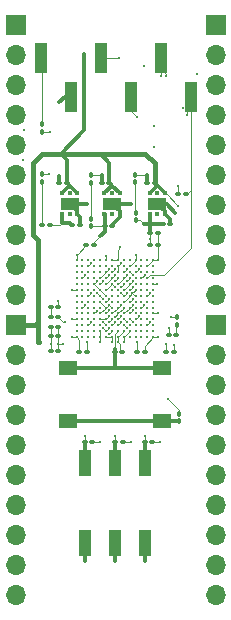
<source format=gbr>
%TF.GenerationSoftware,KiCad,Pcbnew,8.0.1*%
%TF.CreationDate,2024-10-17T14:11:07-05:00*%
%TF.ProjectId,sip-board,7369702d-626f-4617-9264-2e6b69636164,rev?*%
%TF.SameCoordinates,Original*%
%TF.FileFunction,Copper,L1,Top*%
%TF.FilePolarity,Positive*%
%FSLAX46Y46*%
G04 Gerber Fmt 4.6, Leading zero omitted, Abs format (unit mm)*
G04 Created by KiCad (PCBNEW 8.0.1) date 2024-10-17 14:11:07*
%MOMM*%
%LPD*%
G01*
G04 APERTURE LIST*
G04 Aperture macros list*
%AMRoundRect*
0 Rectangle with rounded corners*
0 $1 Rounding radius*
0 $2 $3 $4 $5 $6 $7 $8 $9 X,Y pos of 4 corners*
0 Add a 4 corners polygon primitive as box body*
4,1,4,$2,$3,$4,$5,$6,$7,$8,$9,$2,$3,0*
0 Add four circle primitives for the rounded corners*
1,1,$1+$1,$2,$3*
1,1,$1+$1,$4,$5*
1,1,$1+$1,$6,$7*
1,1,$1+$1,$8,$9*
0 Add four rect primitives between the rounded corners*
20,1,$1+$1,$2,$3,$4,$5,0*
20,1,$1+$1,$4,$5,$6,$7,0*
20,1,$1+$1,$6,$7,$8,$9,0*
20,1,$1+$1,$8,$9,$2,$3,0*%
G04 Aperture macros list end*
%TA.AperFunction,SMDPad,CuDef*%
%ADD10RoundRect,0.100000X-0.130000X-0.100000X0.130000X-0.100000X0.130000X0.100000X-0.130000X0.100000X0*%
%TD*%
%TA.AperFunction,SMDPad,CuDef*%
%ADD11RoundRect,0.100000X0.130000X0.100000X-0.130000X0.100000X-0.130000X-0.100000X0.130000X-0.100000X0*%
%TD*%
%TA.AperFunction,SMDPad,CuDef*%
%ADD12RoundRect,0.093750X0.106250X-0.093750X0.106250X0.093750X-0.106250X0.093750X-0.106250X-0.093750X0*%
%TD*%
%TA.AperFunction,HeatsinkPad*%
%ADD13R,1.600000X1.000000*%
%TD*%
%TA.AperFunction,SMDPad,CuDef*%
%ADD14RoundRect,0.100000X0.100000X-0.130000X0.100000X0.130000X-0.100000X0.130000X-0.100000X-0.130000X0*%
%TD*%
%TA.AperFunction,SMDPad,CuDef*%
%ADD15RoundRect,0.100000X-0.100000X0.130000X-0.100000X-0.130000X0.100000X-0.130000X0.100000X0.130000X0*%
%TD*%
%TA.AperFunction,CastellatedPad*%
%ADD16R,1.700000X1.700000*%
%TD*%
%TA.AperFunction,CastellatedPad*%
%ADD17O,1.700000X1.700000*%
%TD*%
%TA.AperFunction,SMDPad,CuDef*%
%ADD18R,1.120000X2.160000*%
%TD*%
%TA.AperFunction,SMDPad,CuDef*%
%ADD19R,1.000000X2.510000*%
%TD*%
%TA.AperFunction,ComponentPad*%
%ADD20R,1.700000X1.700000*%
%TD*%
%TA.AperFunction,ComponentPad*%
%ADD21O,1.700000X1.700000*%
%TD*%
%TA.AperFunction,SMDPad,CuDef*%
%ADD22C,0.290000*%
%TD*%
%TA.AperFunction,SMDPad,CuDef*%
%ADD23R,1.550000X1.300000*%
%TD*%
%TA.AperFunction,ViaPad*%
%ADD24C,0.300000*%
%TD*%
%TA.AperFunction,ViaPad*%
%ADD25C,0.254000*%
%TD*%
%TA.AperFunction,Conductor*%
%ADD26C,0.300000*%
%TD*%
%TA.AperFunction,Conductor*%
%ADD27C,0.100000*%
%TD*%
%TA.AperFunction,Conductor*%
%ADD28C,0.400000*%
%TD*%
G04 APERTURE END LIST*
D10*
%TO.P,C6,1*%
%TO.N,+1V0*%
X141810000Y-96340000D03*
%TO.P,C6,2*%
%TO.N,GND*%
X142450000Y-96340000D03*
%TD*%
%TO.P,R1,1*%
%TO.N,M0_CONFIG*%
X147950000Y-114750000D03*
%TO.P,R1,2*%
%TO.N,GND*%
X148590000Y-114750000D03*
%TD*%
D11*
%TO.P,INIT,1,K*%
%TO.N,+3V3*%
X140625000Y-103310000D03*
%TO.P,INIT,2,A*%
%TO.N,Net-(D6-A)*%
X139985000Y-103310000D03*
%TD*%
D12*
%TO.P,U2,1,OUT*%
%TO.N,+3V3*%
X148350000Y-95447500D03*
%TO.P,U2,2,NC*%
%TO.N,unconnected-(U2-NC-Pad2)*%
X149000000Y-95447500D03*
%TO.P,U2,3,GND*%
%TO.N,GND*%
X149650000Y-95447500D03*
%TO.P,U2,4,EN*%
%TO.N,+5V*%
X149650000Y-93672500D03*
%TO.P,U2,5,NC*%
%TO.N,unconnected-(U2-NC-Pad5)*%
X149000000Y-93672500D03*
%TO.P,U2,6,IN*%
%TO.N,+5V*%
X148350000Y-93672500D03*
D13*
%TO.P,U2,7,GND*%
%TO.N,GND*%
X149000000Y-94560000D03*
%TD*%
D10*
%TO.P,R15,1*%
%TO.N,+3V3*%
X150755000Y-93710000D03*
%TO.P,R15,2*%
%TO.N,CS*%
X151395000Y-93710000D03*
%TD*%
D12*
%TO.P,U1,1,OUT*%
%TO.N,+1V8*%
X144520000Y-95437500D03*
%TO.P,U1,2,NC*%
%TO.N,unconnected-(U1-NC-Pad2)*%
X145170000Y-95437500D03*
%TO.P,U1,3,GND*%
%TO.N,GND*%
X145820000Y-95437500D03*
%TO.P,U1,4,EN*%
%TO.N,+5V*%
X145820000Y-93662500D03*
%TO.P,U1,5,NC*%
%TO.N,unconnected-(U1-NC-Pad5)*%
X145170000Y-93662500D03*
%TO.P,U1,6,IN*%
%TO.N,+5V*%
X144520000Y-93662500D03*
D13*
%TO.P,U1,7,GND*%
%TO.N,GND*%
X145170000Y-94550000D03*
%TD*%
D14*
%TO.P,C11,1*%
%TO.N,Net-(C11-Pad1)*%
X150870000Y-112970000D03*
%TO.P,C11,2*%
%TO.N,GND*%
X150870000Y-112330000D03*
%TD*%
D11*
%TO.P,C3,1*%
%TO.N,+5V*%
X148770000Y-92790000D03*
%TO.P,C3,2*%
%TO.N,GND*%
X148130000Y-92790000D03*
%TD*%
%TO.P,C37,1*%
%TO.N,+3V3*%
X140615000Y-105010000D03*
%TO.P,C37,2*%
%TO.N,GND*%
X139975000Y-105010000D03*
%TD*%
%TO.P,C2,1*%
%TO.N,+5V*%
X144950000Y-92800000D03*
%TO.P,C2,2*%
%TO.N,GND*%
X144310000Y-92800000D03*
%TD*%
D10*
%TO.P,R3,1*%
%TO.N,M2_CONFIG*%
X142860000Y-114750000D03*
%TO.P,R3,2*%
%TO.N,GND*%
X143500000Y-114750000D03*
%TD*%
D15*
%TO.P,DONE,1,K*%
%TO.N,GND*%
X150630000Y-104175000D03*
%TO.P,DONE,2,A*%
%TO.N,Net-(D2-A)*%
X150630000Y-104815000D03*
%TD*%
D16*
%TO.P,J5,1,Pin_1*%
%TO.N,A1_5V*%
X153970000Y-104800000D03*
D17*
%TO.P,J5,2,Pin_2*%
%TO.N,A2_5V*%
X153970000Y-107340000D03*
%TO.P,J5,3,Pin_3*%
%TO.N,A3_5V*%
X153970000Y-109880000D03*
%TO.P,J5,4,Pin_4*%
%TO.N,A4_5V*%
X153970000Y-112420000D03*
%TO.P,J5,5,Pin_5*%
%TO.N,A5_5V*%
X153970000Y-114960000D03*
%TO.P,J5,6,Pin_6*%
%TO.N,A6_5V*%
X153970000Y-117500000D03*
%TO.P,J5,7,Pin_7*%
%TO.N,A7_5V*%
X153970000Y-120040000D03*
%TO.P,J5,8,Pin_8*%
%TO.N,A8_5V*%
X153970000Y-122580000D03*
%TO.P,J5,9,Pin_9*%
%TO.N,A9_5V*%
X153970000Y-125120000D03*
%TO.P,J5,10,Pin_10*%
%TO.N,A10_5V*%
X153970000Y-127660000D03*
%TD*%
D10*
%TO.P,C27,1*%
%TO.N,+3V3*%
X148380000Y-98050000D03*
%TO.P,C27,2*%
%TO.N,GND*%
X149020000Y-98050000D03*
%TD*%
D11*
%TO.P,C16,1*%
%TO.N,+1V0*%
X143050000Y-107080000D03*
%TO.P,C16,2*%
%TO.N,GND*%
X142410000Y-107080000D03*
%TD*%
D10*
%TO.P,C4,1*%
%TO.N,+1V8*%
X144550000Y-96470000D03*
%TO.P,C4,2*%
%TO.N,GND*%
X145190000Y-96470000D03*
%TD*%
D15*
%TO.P,R19,1*%
%TO.N,Net-(D4-A)*%
X143400000Y-95830000D03*
%TO.P,R19,2*%
%TO.N,+1V8*%
X143400000Y-96470000D03*
%TD*%
D11*
%TO.P,C36,1*%
%TO.N,+3V3*%
X140620000Y-105780000D03*
%TO.P,C36,2*%
%TO.N,GND*%
X139980000Y-105780000D03*
%TD*%
D16*
%TO.P,J3,1,Pin_1*%
%TO.N,+5V*%
X137000000Y-104840000D03*
D17*
%TO.P,J3,2,Pin_2*%
%TO.N,D2_5V*%
X137000000Y-107380000D03*
%TO.P,J3,3,Pin_3*%
%TO.N,D7_5V*%
X137000000Y-109920000D03*
%TO.P,J3,4,Pin_4*%
%TO.N,D0_5V*%
X137000000Y-112460000D03*
%TO.P,J3,5,Pin_5*%
%TO.N,D1_5V*%
X137000000Y-115000000D03*
%TO.P,J3,6,Pin_6*%
%TO.N,INT_5V*%
X137000000Y-117540000D03*
%TO.P,J3,7,Pin_7*%
%TO.N,NMI_5V*%
X137000000Y-120080000D03*
%TO.P,J3,8,Pin_8*%
%TO.N,HALT_5V*%
X137000000Y-122620000D03*
%TO.P,J3,9,Pin_9*%
%TO.N,MREQ_5V*%
X137000000Y-125160000D03*
%TO.P,J3,10,Pin_10*%
%TO.N,IORQ_5V*%
X137000000Y-127700000D03*
%TD*%
D15*
%TO.P,D3,1,K*%
%TO.N,GND*%
X139220000Y-92045000D03*
%TO.P,D3,2,A*%
%TO.N,Net-(D3-A)*%
X139220000Y-92685000D03*
%TD*%
D10*
%TO.P,R16,1*%
%TO.N,Net-(D6-A)*%
X139980000Y-104130000D03*
%TO.P,R16,2*%
%TO.N,Net-(IC1-INIT_B_0)*%
X140620000Y-104130000D03*
%TD*%
%TO.P,R2,1*%
%TO.N,M1_CONFIG*%
X145415000Y-114750000D03*
%TO.P,R2,2*%
%TO.N,GND*%
X146055000Y-114750000D03*
%TD*%
D12*
%TO.P,U3,1,OUT*%
%TO.N,+1V0*%
X140930000Y-95447500D03*
%TO.P,U3,2,NC*%
%TO.N,unconnected-(U3-NC-Pad2)*%
X141580000Y-95447500D03*
%TO.P,U3,3,GND*%
%TO.N,GND*%
X142230000Y-95447500D03*
%TO.P,U3,4,EN*%
%TO.N,+5V*%
X142230000Y-93672500D03*
%TO.P,U3,5,NC*%
%TO.N,unconnected-(U3-NC-Pad5)*%
X141580000Y-93672500D03*
%TO.P,U3,6,IN*%
%TO.N,+5V*%
X140930000Y-93672500D03*
D13*
%TO.P,U3,7,GND*%
%TO.N,GND*%
X141580000Y-94560000D03*
%TD*%
D10*
%TO.P,C29,1*%
%TO.N,+3V3*%
X148380000Y-97070000D03*
%TO.P,C29,2*%
%TO.N,GND*%
X149020000Y-97070000D03*
%TD*%
D18*
%TO.P,CFG,1*%
%TO.N,+3V3*%
X142870000Y-123240000D03*
%TO.P,CFG,2*%
X145410000Y-123240000D03*
%TO.P,CFG,3*%
X147950000Y-123240000D03*
%TO.P,CFG,4*%
%TO.N,M0_CONFIG*%
X147950000Y-116510000D03*
%TO.P,CFG,5*%
%TO.N,M1_CONFIG*%
X145410000Y-116510000D03*
%TO.P,CFG,6*%
%TO.N,M2_CONFIG*%
X142870000Y-116510000D03*
%TD*%
D16*
%TO.P,J2,1,Pin_1*%
%TO.N,A11_5V*%
X137000000Y-79405000D03*
D17*
%TO.P,J2,2,Pin_2*%
%TO.N,A12_5V*%
X137000000Y-81945000D03*
%TO.P,J2,3,Pin_3*%
%TO.N,A13_5V*%
X137000000Y-84485000D03*
%TO.P,J2,4,Pin_4*%
%TO.N,A14_5V*%
X137000000Y-87025000D03*
%TO.P,J2,5,Pin_5*%
%TO.N,A15_5V*%
X137000000Y-89565000D03*
%TO.P,J2,6,Pin_6*%
%TO.N,CLK_5V*%
X137000000Y-92105000D03*
%TO.P,J2,7,Pin_7*%
%TO.N,D4_5V*%
X137000000Y-94645000D03*
%TO.P,J2,8,Pin_8*%
%TO.N,D3_5V*%
X137000000Y-97185000D03*
%TO.P,J2,9,Pin_9*%
%TO.N,D5_5V*%
X137000000Y-99725000D03*
%TO.P,J2,10,Pin_10*%
%TO.N,D6_5V*%
X137000000Y-102265000D03*
%TD*%
D11*
%TO.P,C1,1*%
%TO.N,+5V*%
X141350000Y-92810000D03*
%TO.P,C1,2*%
%TO.N,GND*%
X140710000Y-92810000D03*
%TD*%
D10*
%TO.P,C17,1*%
%TO.N,+3V3*%
X149760000Y-107080000D03*
%TO.P,C17,2*%
%TO.N,GND*%
X150400000Y-107080000D03*
%TD*%
D15*
%TO.P,D4,1,K*%
%TO.N,GND*%
X143410000Y-92145000D03*
%TO.P,D4,2,A*%
%TO.N,Net-(D4-A)*%
X143410000Y-92785000D03*
%TD*%
D19*
%TO.P,J1,1,Pin_1*%
%TO.N,VDD*%
X139160000Y-82220000D03*
%TO.P,J1,2,Pin_2*%
%TO.N,GND*%
X141700000Y-85530000D03*
%TO.P,J1,3,Pin_3*%
%TO.N,CCLK*%
X144240000Y-82220000D03*
%TO.P,J1,4,Pin_4*%
%TO.N,TDO*%
X146780000Y-85530000D03*
%TO.P,J1,5,Pin_5*%
%TO.N,MOSI*%
X149320000Y-82220000D03*
%TO.P,J1,6,Pin_6*%
%TO.N,CS*%
X151860000Y-85530000D03*
%TD*%
D20*
%TO.P,J4,1,Pin_1*%
%TO.N,RD_5V*%
X153940000Y-79400000D03*
D21*
%TO.P,J4,2,Pin_2*%
%TO.N,WR_5V*%
X153940000Y-81940000D03*
%TO.P,J4,3,Pin_3*%
%TO.N,BUSAK_5V*%
X153940000Y-84480000D03*
%TO.P,J4,4,Pin_4*%
%TO.N,WAIT_5V*%
X153940000Y-87020000D03*
%TO.P,J4,5,Pin_5*%
%TO.N,BUSRQ_5V*%
X153940000Y-89560000D03*
%TO.P,J4,6,Pin_6*%
%TO.N,RESET_5V*%
X153940000Y-92100000D03*
%TO.P,J4,7,Pin_7*%
%TO.N,M1_5V*%
X153940000Y-94640000D03*
%TO.P,J4,8,Pin_8*%
%TO.N,RFSH_5V*%
X153940000Y-97180000D03*
%TO.P,J4,9,Pin_9*%
%TO.N,GND*%
X153940000Y-99720000D03*
%TO.P,J4,10,Pin_10*%
%TO.N,A0_5V*%
X153940000Y-102260000D03*
%TD*%
D10*
%TO.P,R17,1*%
%TO.N,DONE*%
X149985000Y-105670000D03*
%TO.P,R17,2*%
%TO.N,Net-(D2-A)*%
X150625000Y-105670000D03*
%TD*%
D11*
%TO.P,C19,1*%
%TO.N,+3V3*%
X140620000Y-107060000D03*
%TO.P,C19,2*%
%TO.N,GND*%
X139980000Y-107060000D03*
%TD*%
D10*
%TO.P,C18,1*%
%TO.N,+1V0*%
X147295000Y-107080000D03*
%TO.P,C18,2*%
%TO.N,GND*%
X147935000Y-107080000D03*
%TD*%
%TO.P,C5,1*%
%TO.N,+3V3*%
X149450000Y-96310000D03*
%TO.P,C5,2*%
%TO.N,GND*%
X150090000Y-96310000D03*
%TD*%
D22*
%TO.P,IC1,A1,GND_1*%
%TO.N,GND*%
X142160000Y-99350000D03*
%TO.P,IC1,A2,IO_L1N_T0_34*%
%TO.N,unconnected-(IC1-IO_L1N_T0_34-PadA2)*%
X142660000Y-99350000D03*
%TO.P,IC1,A3,IO_L1P_T0_34*%
%TO.N,unconnected-(IC1-IO_L1P_T0_34-PadA3)*%
X143160000Y-99350000D03*
%TO.P,IC1,A4,IO_L2N_T0_34*%
%TO.N,unconnected-(IC1-IO_L2N_T0_34-PadA4)*%
X143660000Y-99350000D03*
%TO.P,IC1,A5,IO_L4N_T0_34*%
%TO.N,unconnected-(IC1-IO_L4N_T0_34-PadA5)*%
X144160000Y-99350000D03*
%TO.P,IC1,A6,GND_2*%
%TO.N,GND*%
X144660000Y-99350000D03*
%TO.P,IC1,A7,CCLK_0*%
%TO.N,CCLK*%
X145160000Y-99350000D03*
%TO.P,IC1,A8,TCK_0*%
X145660000Y-99350000D03*
%TO.P,IC1,A9,IO_L4N_T0_D05_14*%
%TO.N,unconnected-(IC1-IO_L4N_T0_D05_14-PadA9)*%
X146160000Y-99350000D03*
%TO.P,IC1,A10,IO_L3N_T0_DQS_EMCCLK_14*%
%TO.N,unconnected-(IC1-IO_L3N_T0_DQS_EMCCLK_14-PadA10)*%
X146660000Y-99350000D03*
%TO.P,IC1,A11,GND_3*%
%TO.N,GND*%
X147160000Y-99350000D03*
%TO.P,IC1,A12,IO_L2N_T0_D03_14*%
%TO.N,unconnected-(IC1-IO_L2N_T0_D03_14-PadA12)*%
X147660000Y-99350000D03*
%TO.P,IC1,A13,IO_0_14*%
%TO.N,unconnected-(IC1-IO_0_14-PadA13)*%
X148160000Y-99350000D03*
%TO.P,IC1,A14,GND_4*%
%TO.N,GND*%
X148660000Y-99350000D03*
%TO.P,IC1,B1,IO_L5N_T0_34*%
%TO.N,unconnected-(IC1-IO_L5N_T0_34-PadB1)*%
X142160000Y-99850000D03*
%TO.P,IC1,B2,IO_L5P_T0_34*%
%TO.N,unconnected-(IC1-IO_L5P_T0_34-PadB2)*%
X142660000Y-99850000D03*
%TO.P,IC1,B3,GND_5*%
%TO.N,GND*%
X143160000Y-99850000D03*
%TO.P,IC1,B4,IO_L2P_T0_34*%
%TO.N,unconnected-(IC1-IO_L2P_T0_34-PadB4)*%
X143660000Y-99850000D03*
%TO.P,IC1,B5,IO_L3N_T0_DQS_34*%
%TO.N,unconnected-(IC1-IO_L3N_T0_DQS_34-PadB5)*%
X144160000Y-99850000D03*
%TO.P,IC1,B6,IO_L4P_T0_34*%
%TO.N,unconnected-(IC1-IO_L4P_T0_34-PadB6)*%
X144660000Y-99850000D03*
%TO.P,IC1,B7,NC_1*%
%TO.N,unconnected-(IC1-NC_1-PadB7)*%
X145160000Y-99850000D03*
%TO.P,IC1,B8,GND_6*%
%TO.N,GND*%
X145660000Y-99850000D03*
%TO.P,IC1,B9,IO_L4P_T0_D04_14*%
%TO.N,unconnected-(IC1-IO_L4P_T0_D04_14-PadB9)*%
X146160000Y-99850000D03*
%TO.P,IC1,B10,IO_L3P_T0_DQS_PUDC_B_14*%
%TO.N,GND*%
X146660000Y-99850000D03*
%TO.P,IC1,B11,IO_L2P_T0_D02_14*%
%TO.N,unconnected-(IC1-IO_L2P_T0_D02_14-PadB11)*%
X147160000Y-99850000D03*
%TO.P,IC1,B12,IO_L5N_T0_D07_14*%
%TO.N,unconnected-(IC1-IO_L5N_T0_D07_14-PadB12)*%
X147660000Y-99850000D03*
%TO.P,IC1,B13,GND_7*%
%TO.N,GND*%
X148160000Y-99850000D03*
%TO.P,IC1,B14,IO_L7N_T1_D10_14*%
%TO.N,unconnected-(IC1-IO_L7N_T1_D10_14-PadB14)*%
X148660000Y-99850000D03*
%TO.P,IC1,C1,IO_L7N_T1_34*%
%TO.N,unconnected-(IC1-IO_L7N_T1_34-PadC1)*%
X142160000Y-100350000D03*
%TO.P,IC1,C2,IO_L7P_T1_34*%
%TO.N,unconnected-(IC1-IO_L7P_T1_34-PadC2)*%
X142660000Y-100350000D03*
%TO.P,IC1,C3,IO_0_34*%
%TO.N,unconnected-(IC1-IO_0_34-PadC3)*%
X143160000Y-100350000D03*
%TO.P,IC1,C4,IO_L6N_T0_VREF_34*%
%TO.N,unconnected-(IC1-IO_L6N_T0_VREF_34-PadC4)*%
X143660000Y-100350000D03*
%TO.P,IC1,C5,IO_L3P_T0_DQS_34*%
%TO.N,unconnected-(IC1-IO_L3P_T0_DQS_34-PadC5)*%
X144160000Y-100350000D03*
%TO.P,IC1,C6,GND_8*%
%TO.N,GND*%
X144660000Y-100350000D03*
%TO.P,IC1,C7,VCCBRAM_1*%
%TO.N,+1V0*%
X145160000Y-100350000D03*
%TO.P,IC1,C8,GND_9*%
%TO.N,GND*%
X145660000Y-100350000D03*
%TO.P,IC1,C9,VCCBRAM_2*%
%TO.N,+1V0*%
X146160000Y-100350000D03*
%TO.P,IC1,C10,IO_L1P_T0_D00_MOSI_14*%
%TO.N,MOSI*%
X146660000Y-100350000D03*
%TO.P,IC1,C11,IO_L1N_T0_D01_DIN_14*%
%TO.N,DIN*%
X147160000Y-100350000D03*
%TO.P,IC1,C12,IO_L5P_T0_D06_14*%
%TO.N,unconnected-(IC1-IO_L5P_T0_D06_14-PadC12)*%
X147660000Y-100350000D03*
%TO.P,IC1,C13,IO_L6N_T0_D08_VREF_14*%
%TO.N,unconnected-(IC1-IO_L6N_T0_D08_VREF_14-PadC13)*%
X148160000Y-100350000D03*
%TO.P,IC1,C14,IO_L7P_T1_D09_14*%
%TO.N,unconnected-(IC1-IO_L7P_T1_D09_14-PadC14)*%
X148660000Y-100350000D03*
%TO.P,IC1,D1,IO_L9N_T1_DQS_34*%
%TO.N,unconnected-(IC1-IO_L9N_T1_DQS_34-PadD1)*%
X142160000Y-100850000D03*
%TO.P,IC1,D2,GND_10*%
%TO.N,GND*%
X142660000Y-100850000D03*
%TO.P,IC1,D3,IO_L8N_T1_34*%
%TO.N,unconnected-(IC1-IO_L8N_T1_34-PadD3)*%
X143160000Y-100850000D03*
%TO.P,IC1,D4,IO_L6P_T0_34*%
%TO.N,unconnected-(IC1-IO_L6P_T0_34-PadD4)*%
X143660000Y-100850000D03*
%TO.P,IC1,D5,GND_11*%
%TO.N,GND*%
X144160000Y-100850000D03*
%TO.P,IC1,D6,VCCAUX_1*%
%TO.N,+1V8*%
X144660000Y-100850000D03*
%TO.P,IC1,D7,GND_12*%
%TO.N,GND*%
X145160000Y-100850000D03*
%TO.P,IC1,D8,VCCAUX_2*%
%TO.N,+1V8*%
X145660000Y-100850000D03*
%TO.P,IC1,D9,GND_13*%
%TO.N,GND*%
X146160000Y-100850000D03*
%TO.P,IC1,D10,VCCAUX_3*%
%TO.N,+1V8*%
X146660000Y-100850000D03*
%TO.P,IC1,D11,IO_L9N_T1_DQS_D13_14*%
%TO.N,unconnected-(IC1-IO_L9N_T1_DQS_D13_14-PadD11)*%
X147160000Y-100850000D03*
%TO.P,IC1,D12,GND_14*%
%TO.N,GND*%
X147660000Y-100850000D03*
%TO.P,IC1,D13,IO_L6P_T0_FCS_B_14*%
%TO.N,CS*%
X148160000Y-100850000D03*
%TO.P,IC1,D14,IO_L8N_T1_D12_14*%
%TO.N,unconnected-(IC1-IO_L8N_T1_D12_14-PadD14)*%
X148660000Y-100850000D03*
%TO.P,IC1,E1,IO_L9P_T1_DQS_34*%
%TO.N,unconnected-(IC1-IO_L9P_T1_DQS_34-PadE1)*%
X142160000Y-101350000D03*
%TO.P,IC1,E2,IO_L10N_T1_34*%
%TO.N,unconnected-(IC1-IO_L10N_T1_34-PadE2)*%
X142660000Y-101350000D03*
%TO.P,IC1,E3,IO_L8P_T1_34*%
%TO.N,unconnected-(IC1-IO_L8P_T1_34-PadE3)*%
X143160000Y-101350000D03*
%TO.P,IC1,E4,GND_15*%
%TO.N,GND*%
X143660000Y-101350000D03*
%TO.P,IC1,E5,VCCO_34_1*%
%TO.N,+3V3*%
X144160000Y-101350000D03*
%TO.P,IC1,E6,GND_16*%
%TO.N,GND*%
X144660000Y-101350000D03*
%TO.P,IC1,E7,VCCINT_1*%
%TO.N,+1V0*%
X145160000Y-101350000D03*
%TO.P,IC1,E8,GND_17*%
%TO.N,GND*%
X145660000Y-101350000D03*
%TO.P,IC1,E9,VCCINT_2*%
%TO.N,+1V0*%
X146160000Y-101350000D03*
%TO.P,IC1,E10,GND_18*%
%TO.N,GND*%
X146660000Y-101350000D03*
%TO.P,IC1,E11,IO_L9P_T1_DQS_14*%
%TO.N,unconnected-(IC1-IO_L9P_T1_DQS_14-PadE11)*%
X147160000Y-101350000D03*
%TO.P,IC1,E12,IO_L10N_T1_D15_14*%
%TO.N,unconnected-(IC1-IO_L10N_T1_D15_14-PadE12)*%
X147660000Y-101350000D03*
%TO.P,IC1,E13,IO_L8P_T1_D11_14*%
%TO.N,unconnected-(IC1-IO_L8P_T1_D11_14-PadE13)*%
X148160000Y-101350000D03*
%TO.P,IC1,E14,GND_19*%
%TO.N,GND*%
X148660000Y-101350000D03*
%TO.P,IC1,F1,GND_20*%
X142160000Y-101850000D03*
%TO.P,IC1,F2,IO_L10P_T1_34*%
%TO.N,unconnected-(IC1-IO_L10P_T1_34-PadF2)*%
X142660000Y-101850000D03*
%TO.P,IC1,F3,IO_L11N_T1_SRCC_34*%
%TO.N,unconnected-(IC1-IO_L11N_T1_SRCC_34-PadF3)*%
X143160000Y-101850000D03*
%TO.P,IC1,F4,IO_L11P_T1_SRCC_34*%
%TO.N,unconnected-(IC1-IO_L11P_T1_SRCC_34-PadF4)*%
X143660000Y-101850000D03*
%TO.P,IC1,F5,GND_21*%
%TO.N,GND*%
X144160000Y-101850000D03*
%TO.P,IC1,F6,VCCINT_3*%
%TO.N,+1V0*%
X144660000Y-101850000D03*
%TO.P,IC1,F7,NC_2*%
%TO.N,unconnected-(IC1-NC_2-PadF7)*%
X145160000Y-101850000D03*
%TO.P,IC1,F8,NC_3*%
%TO.N,unconnected-(IC1-NC_3-PadF8)*%
X145660000Y-101850000D03*
%TO.P,IC1,F9,GND_22*%
%TO.N,GND*%
X146160000Y-101850000D03*
%TO.P,IC1,F10,VCCO_14_1*%
%TO.N,+3V3*%
X146660000Y-101850000D03*
%TO.P,IC1,F11,GND_23*%
%TO.N,GND*%
X147160000Y-101850000D03*
%TO.P,IC1,F12,IO_L10P_T1_D14_14*%
%TO.N,unconnected-(IC1-IO_L10P_T1_D14_14-PadF12)*%
X147660000Y-101850000D03*
%TO.P,IC1,F13,IO_L11N_T1_SRCC_14*%
%TO.N,unconnected-(IC1-IO_L11N_T1_SRCC_14-PadF13)*%
X148160000Y-101850000D03*
%TO.P,IC1,F14,IO_L12N_T1_MRCC_14*%
%TO.N,unconnected-(IC1-IO_L12N_T1_MRCC_14-PadF14)*%
X148660000Y-101850000D03*
%TO.P,IC1,G1,IO_L12N_T1_MRCC_34*%
%TO.N,unconnected-(IC1-IO_L12N_T1_MRCC_34-PadG1)*%
X142160000Y-102350000D03*
%TO.P,IC1,G2,IO_L12P_T1_MRCC_34*%
%TO.N,unconnected-(IC1-IO_L12P_T1_MRCC_34-PadG2)*%
X142660000Y-102350000D03*
%TO.P,IC1,G3,GND_24*%
%TO.N,GND*%
X143160000Y-102350000D03*
%TO.P,IC1,G4,IO_L13N_T2_MRCC_34*%
%TO.N,unconnected-(IC1-IO_L13N_T2_MRCC_34-PadG4)*%
X143660000Y-102350000D03*
%TO.P,IC1,G5,VCCO_34_2*%
%TO.N,+3V3*%
X144160000Y-102350000D03*
%TO.P,IC1,G6,GND_25*%
%TO.N,GND*%
X144660000Y-102350000D03*
%TO.P,IC1,G7,NC_4*%
%TO.N,unconnected-(IC1-NC_4-PadG7)*%
X145160000Y-102350000D03*
%TO.P,IC1,G8,NC_5*%
%TO.N,unconnected-(IC1-NC_5-PadG8)*%
X145660000Y-102350000D03*
%TO.P,IC1,G9,VCCINT_4*%
%TO.N,+1V0*%
X146160000Y-102350000D03*
%TO.P,IC1,G10,GND_26*%
%TO.N,GND*%
X146660000Y-102350000D03*
%TO.P,IC1,G11,GND_27*%
X147160000Y-102350000D03*
%TO.P,IC1,G12,IO_L11P_T1_SRCC_14*%
%TO.N,unconnected-(IC1-IO_L11P_T1_SRCC_14-PadG12)*%
X147660000Y-102350000D03*
%TO.P,IC1,G13,GND_28*%
%TO.N,GND*%
X148160000Y-102350000D03*
%TO.P,IC1,G14,IO_L12P_T1_MRCC_14*%
%TO.N,unconnected-(IC1-IO_L12P_T1_MRCC_14-PadG14)*%
X148660000Y-102350000D03*
%TO.P,IC1,H1,IO_L15N_T2_DQS_34*%
%TO.N,unconnected-(IC1-IO_L15N_T2_DQS_34-PadH1)*%
X142160000Y-102850000D03*
%TO.P,IC1,H2,IO_L14N_T2_SRCC_34*%
%TO.N,unconnected-(IC1-IO_L14N_T2_SRCC_34-PadH2)*%
X142660000Y-102850000D03*
%TO.P,IC1,H3,IO_L14P_T2_SRCC_34*%
%TO.N,unconnected-(IC1-IO_L14P_T2_SRCC_34-PadH3)*%
X143160000Y-102850000D03*
%TO.P,IC1,H4,IO_L13P_T2_MRCC_34*%
%TO.N,unconnected-(IC1-IO_L13P_T2_MRCC_34-PadH4)*%
X143660000Y-102850000D03*
%TO.P,IC1,H5,GND_29*%
%TO.N,GND*%
X144160000Y-102850000D03*
%TO.P,IC1,H6,VCCINT_5*%
%TO.N,+1V0*%
X144660000Y-102850000D03*
%TO.P,IC1,H7,NC_6*%
%TO.N,unconnected-(IC1-NC_6-PadH7)*%
X145160000Y-102850000D03*
%TO.P,IC1,H8,NC_7*%
%TO.N,unconnected-(IC1-NC_7-PadH8)*%
X145660000Y-102850000D03*
%TO.P,IC1,H9,GND_30*%
%TO.N,GND*%
X146160000Y-102850000D03*
%TO.P,IC1,H10,VCCO_14_2*%
%TO.N,+3V3*%
X146660000Y-102850000D03*
%TO.P,IC1,H11,IO_L13P_T2_MRCC_14*%
%TO.N,unconnected-(IC1-IO_L13P_T2_MRCC_14-PadH11)*%
X147160000Y-102850000D03*
%TO.P,IC1,H12,IO_L13N_T2_MRCC_14*%
%TO.N,unconnected-(IC1-IO_L13N_T2_MRCC_14-PadH12)*%
X147660000Y-102850000D03*
%TO.P,IC1,H13,IO_L14N_T2_SRCC_14*%
%TO.N,unconnected-(IC1-IO_L14N_T2_SRCC_14-PadH13)*%
X148160000Y-102850000D03*
%TO.P,IC1,H14,IO_L15N_T2_DQS_DOUT_CSO_B_14*%
%TO.N,unconnected-(IC1-IO_L15N_T2_DQS_DOUT_CSO_B_14-PadH14)*%
X148660000Y-102850000D03*
%TO.P,IC1,J1,IO_L15P_T2_DQS_34*%
%TO.N,unconnected-(IC1-IO_L15P_T2_DQS_34-PadJ1)*%
X142160000Y-103350000D03*
%TO.P,IC1,J2,GND_31*%
%TO.N,GND*%
X142660000Y-103350000D03*
%TO.P,IC1,J3,IO_L16N_T2_34*%
%TO.N,unconnected-(IC1-IO_L16N_T2_34-PadJ3)*%
X143160000Y-103350000D03*
%TO.P,IC1,J4,IO_L16P_T2_34*%
%TO.N,unconnected-(IC1-IO_L16P_T2_34-PadJ4)*%
X143660000Y-103350000D03*
%TO.P,IC1,J5,VCCO_34_3*%
%TO.N,unconnected-(IC1-VCCO_34_3-PadJ5)*%
X144160000Y-103350000D03*
%TO.P,IC1,J6,GND_32*%
%TO.N,GND*%
X144660000Y-103350000D03*
%TO.P,IC1,J7,DXN_0*%
X145160000Y-103350000D03*
%TO.P,IC1,J8,DXP_0*%
X145660000Y-103350000D03*
%TO.P,IC1,J9,VCCINT_6*%
%TO.N,+1V0*%
X146160000Y-103350000D03*
%TO.P,IC1,J10,GND_33*%
%TO.N,GND*%
X146660000Y-103350000D03*
%TO.P,IC1,J11,IO_L16N_T2_D31_14*%
%TO.N,unconnected-(IC1-IO_L16N_T2_D31_14-PadJ11)*%
X147160000Y-103350000D03*
%TO.P,IC1,J12,GND_34*%
%TO.N,GND*%
X147660000Y-103350000D03*
%TO.P,IC1,J13,IO_L14P_T2_SRCC_14*%
%TO.N,unconnected-(IC1-IO_L14P_T2_SRCC_14-PadJ13)*%
X148160000Y-103350000D03*
%TO.P,IC1,J14,IO_L15P_T2_DQS_RDWR_B_14*%
%TO.N,unconnected-(IC1-IO_L15P_T2_DQS_RDWR_B_14-PadJ14)*%
X148660000Y-103350000D03*
%TO.P,IC1,K1,IO_L17N_T2_34*%
%TO.N,unconnected-(IC1-IO_L17N_T2_34-PadK1)*%
X142160000Y-103850000D03*
%TO.P,IC1,K2,IO_L18N_T2_34*%
%TO.N,unconnected-(IC1-IO_L18N_T2_34-PadK2)*%
X142660000Y-103850000D03*
%TO.P,IC1,K3,IO_L18P_T2_34*%
%TO.N,unconnected-(IC1-IO_L18P_T2_34-PadK3)*%
X143160000Y-103850000D03*
%TO.P,IC1,K4,GND_35*%
%TO.N,GND*%
X143660000Y-103850000D03*
%TO.P,IC1,K5,GND_36*%
X144160000Y-103850000D03*
%TO.P,IC1,K6,VCCINT_7*%
%TO.N,+1V0*%
X144660000Y-103850000D03*
%TO.P,IC1,K7,GND_37*%
%TO.N,GND*%
X145160000Y-103850000D03*
%TO.P,IC1,K8,VCCINT_8*%
%TO.N,+1V0*%
X145660000Y-103850000D03*
%TO.P,IC1,K9,GND_38*%
%TO.N,GND*%
X146160000Y-103850000D03*
%TO.P,IC1,K10,VCCO_14_3*%
%TO.N,+3V3*%
X146660000Y-103850000D03*
%TO.P,IC1,K11,IO_L16P_T2_CSI_B_14*%
%TO.N,unconnected-(IC1-IO_L16P_T2_CSI_B_14-PadK11)*%
X147160000Y-103850000D03*
%TO.P,IC1,K12,IO_L19P_T3_D26_14*%
%TO.N,unconnected-(IC1-IO_L19P_T3_D26_14-PadK12)*%
X147660000Y-103850000D03*
%TO.P,IC1,K13,IO_L19N_T3_D25_VREF_14*%
%TO.N,unconnected-(IC1-IO_L19N_T3_D25_VREF_14-PadK13)*%
X148160000Y-103850000D03*
%TO.P,IC1,K14,GND_39*%
%TO.N,GND*%
X148660000Y-103850000D03*
%TO.P,IC1,L1,GND_40*%
X142160000Y-104350000D03*
%TO.P,IC1,L2,IO_L17P_T2_34*%
%TO.N,unconnected-(IC1-IO_L17P_T2_34-PadL2)*%
X142660000Y-104350000D03*
%TO.P,IC1,L3,IO_L19N_T3_VREF_34*%
%TO.N,unconnected-(IC1-IO_L19N_T3_VREF_34-PadL3)*%
X143160000Y-104350000D03*
%TO.P,IC1,L4,IO_L19P_T3_34*%
%TO.N,unconnected-(IC1-IO_L19P_T3_34-PadL4)*%
X143660000Y-104350000D03*
%TO.P,IC1,L5,GND_41*%
%TO.N,GND*%
X144160000Y-104350000D03*
%TO.P,IC1,L6,GND_42*%
X144660000Y-104350000D03*
%TO.P,IC1,L7,TMS_0*%
%TO.N,CS*%
X145160000Y-104350000D03*
%TO.P,IC1,L8,M1_0*%
%TO.N,M1_CONFIG*%
X145660000Y-104350000D03*
%TO.P,IC1,L9,M2_0*%
%TO.N,M2_CONFIG*%
X146160000Y-104350000D03*
%TO.P,IC1,L10,M0_0*%
%TO.N,M0_CONFIG*%
X146660000Y-104350000D03*
%TO.P,IC1,L11,GND_43*%
%TO.N,GND*%
X147160000Y-104350000D03*
%TO.P,IC1,L12,IO_L18P_T2_D28_14*%
%TO.N,unconnected-(IC1-IO_L18P_T2_D28_14-PadL12)*%
X147660000Y-104350000D03*
%TO.P,IC1,L13,IO_L18N_T2_D27_14*%
%TO.N,unconnected-(IC1-IO_L18N_T2_D27_14-PadL13)*%
X148160000Y-104350000D03*
%TO.P,IC1,L14,IO_L17N_T2_D29_14*%
%TO.N,unconnected-(IC1-IO_L17N_T2_D29_14-PadL14)*%
X148660000Y-104350000D03*
%TO.P,IC1,M1,IO_L20N_T3_34*%
%TO.N,unconnected-(IC1-IO_L20N_T3_34-PadM1)*%
X142160000Y-104850000D03*
%TO.P,IC1,M2,IO_L20P_T3_34*%
%TO.N,unconnected-(IC1-IO_L20P_T3_34-PadM2)*%
X142660000Y-104850000D03*
%TO.P,IC1,M3,GND_44*%
%TO.N,GND*%
X143160000Y-104850000D03*
%TO.P,IC1,M4,IO_L24N_T3_34*%
%TO.N,unconnected-(IC1-IO_L24N_T3_34-PadM4)*%
X143660000Y-104850000D03*
%TO.P,IC1,M5,IO_25_34*%
%TO.N,unconnected-(IC1-IO_25_34-PadM5)*%
X144160000Y-104850000D03*
%TO.P,IC1,M6,TDO_0*%
%TO.N,TDO*%
X144660000Y-104850000D03*
%TO.P,IC1,M7,TDI_0*%
%TO.N,MOSI*%
X145160000Y-104850000D03*
%TO.P,IC1,M8,GND_45*%
%TO.N,GND*%
X145660000Y-104850000D03*
%TO.P,IC1,M9,DONE_0*%
%TO.N,DONE*%
X146160000Y-104850000D03*
%TO.P,IC1,M10,IO_L24P_T3_D17_14*%
%TO.N,unconnected-(IC1-IO_L24P_T3_D17_14-PadM10)*%
X146660000Y-104850000D03*
%TO.P,IC1,M11,IO_L24N_T3_D16_14*%
%TO.N,unconnected-(IC1-IO_L24N_T3_D16_14-PadM11)*%
X147160000Y-104850000D03*
%TO.P,IC1,M12,IO_25_14*%
%TO.N,unconnected-(IC1-IO_25_14-PadM12)*%
X147660000Y-104850000D03*
%TO.P,IC1,M13,GND_46*%
%TO.N,GND*%
X148160000Y-104850000D03*
%TO.P,IC1,M14,IO_L17P_T2_D30_14*%
%TO.N,unconnected-(IC1-IO_L17P_T2_D30_14-PadM14)*%
X148660000Y-104850000D03*
%TO.P,IC1,N1,IO_L21N_T3_DQS_34*%
%TO.N,unconnected-(IC1-IO_L21N_T3_DQS_34-PadN1)*%
X142160000Y-105350000D03*
%TO.P,IC1,N2,IO_L21P_T3_DQS_34*%
%TO.N,unconnected-(IC1-IO_L21P_T3_DQS_34-PadN2)*%
X142660000Y-105350000D03*
%TO.P,IC1,N3,IO_L22N_T3_34*%
%TO.N,unconnected-(IC1-IO_L22N_T3_34-PadN3)*%
X143160000Y-105350000D03*
%TO.P,IC1,N4,IO_L24P_T3_34*%
%TO.N,unconnected-(IC1-IO_L24P_T3_34-PadN4)*%
X143660000Y-105350000D03*
%TO.P,IC1,N5,GND_47*%
%TO.N,GND*%
X144160000Y-105350000D03*
%TO.P,IC1,N6,VCCO_0_1*%
%TO.N,+3V3*%
X144660000Y-105350000D03*
%TO.P,IC1,N7,INIT_B_0*%
%TO.N,Net-(IC1-INIT_B_0)*%
X145160000Y-105350000D03*
%TO.P,IC1,N8,PROGRAM_B_0*%
%TO.N,PROGRAM_B*%
X145660000Y-105350000D03*
%TO.P,IC1,N9,CFGBVS_0*%
%TO.N,+3V3*%
X146160000Y-105350000D03*
%TO.P,IC1,N10,GND_48*%
%TO.N,GND*%
X146660000Y-105350000D03*
%TO.P,IC1,N11,IO_L23P_T3_D19_14*%
%TO.N,unconnected-(IC1-IO_L23P_T3_D19_14-PadN11)*%
X147160000Y-105350000D03*
%TO.P,IC1,N12,IO_L23N_T3_D18_14*%
%TO.N,unconnected-(IC1-IO_L23N_T3_D18_14-PadN12)*%
X147660000Y-105350000D03*
%TO.P,IC1,N13,IO_L20P_T3_D24_14*%
%TO.N,unconnected-(IC1-IO_L20P_T3_D24_14-PadN13)*%
X148160000Y-105350000D03*
%TO.P,IC1,N14,IO_L20N_T3_D23_14*%
%TO.N,unconnected-(IC1-IO_L20N_T3_D23_14-PadN14)*%
X148660000Y-105350000D03*
%TO.P,IC1,P1,GND_49*%
%TO.N,GND*%
X142160000Y-105850000D03*
%TO.P,IC1,P2,IO_L23N_T3_34*%
%TO.N,unconnected-(IC1-IO_L23N_T3_34-PadP2)*%
X142660000Y-105850000D03*
%TO.P,IC1,P3,IO_L23P_T3_34*%
%TO.N,unconnected-(IC1-IO_L23P_T3_34-PadP3)*%
X143160000Y-105850000D03*
%TO.P,IC1,P4,IO_L22P_T3_34*%
%TO.N,unconnected-(IC1-IO_L22P_T3_34-PadP4)*%
X143660000Y-105850000D03*
%TO.P,IC1,P5,GND_50*%
%TO.N,GND*%
X144160000Y-105850000D03*
%TO.P,IC1,P6,GND_51*%
X144660000Y-105850000D03*
%TO.P,IC1,P7,GND_52*%
X145160000Y-105850000D03*
%TO.P,IC1,P8,VCCO_0_2*%
%TO.N,+3V3*%
X145660000Y-105850000D03*
%TO.P,IC1,P9,GND_53*%
%TO.N,GND*%
X146160000Y-105850000D03*
%TO.P,IC1,P10,IO_L22P_T3_D21_14*%
%TO.N,unconnected-(IC1-IO_L22P_T3_D21_14-PadP10)*%
X146660000Y-105850000D03*
%TO.P,IC1,P11,IO_L22N_T3_D20_14*%
%TO.N,unconnected-(IC1-IO_L22N_T3_D20_14-PadP11)*%
X147160000Y-105850000D03*
%TO.P,IC1,P12,IO_L21P_T3_DQS_14*%
%TO.N,unconnected-(IC1-IO_L21P_T3_DQS_14-PadP12)*%
X147660000Y-105850000D03*
%TO.P,IC1,P13,IO_L21N_T3_DQS_D22_14*%
%TO.N,unconnected-(IC1-IO_L21N_T3_DQS_D22_14-PadP13)*%
X148160000Y-105850000D03*
%TO.P,IC1,P14,GND_54*%
%TO.N,GND*%
X148660000Y-105850000D03*
%TD*%
D14*
%TO.P,D1,1,K*%
%TO.N,+3V3*%
X139200000Y-88465000D03*
%TO.P,D1,2,A*%
%TO.N,VDD*%
X139200000Y-87825000D03*
%TD*%
D11*
%TO.P,R14,1*%
%TO.N,+3V3*%
X146040000Y-107070000D03*
%TO.P,R14,2*%
%TO.N,PROGRAM_B*%
X145400000Y-107070000D03*
%TD*%
D15*
%TO.P,D5,1,K*%
%TO.N,GND*%
X147150000Y-92085000D03*
%TO.P,D5,2,A*%
%TO.N,Net-(D5-A)*%
X147150000Y-92725000D03*
%TD*%
%TO.P,R20,1*%
%TO.N,Net-(D5-A)*%
X147170000Y-95325000D03*
%TO.P,R20,2*%
%TO.N,+3V3*%
X147170000Y-95965000D03*
%TD*%
D23*
%TO.P,RST,1,1*%
%TO.N,PROGRAM_B*%
X141435000Y-108460000D03*
X149385000Y-108460000D03*
%TO.P,RST,2,2*%
%TO.N,Net-(C11-Pad1)*%
X141435000Y-112960000D03*
X149385000Y-112960000D03*
%TD*%
D10*
%TO.P,R18,1*%
%TO.N,Net-(D3-A)*%
X139235000Y-96350000D03*
%TO.P,R18,2*%
%TO.N,+1V0*%
X139875000Y-96350000D03*
%TD*%
D11*
%TO.P,C26,1*%
%TO.N,+1V8*%
X143630000Y-98020000D03*
%TO.P,C26,2*%
%TO.N,GND*%
X142990000Y-98020000D03*
%TD*%
D24*
%TO.N,+1V0*%
X140930000Y-96190000D03*
D25*
X143050000Y-106290000D03*
X144920000Y-103590000D03*
X145410000Y-100100000D03*
X147300000Y-106270000D03*
X145400000Y-104110000D03*
X146400000Y-102110000D03*
X145900000Y-101610000D03*
X146410000Y-100100000D03*
X145410000Y-101600000D03*
X144920000Y-102590000D03*
X145910000Y-102100000D03*
%TO.N,GND*%
X150400000Y-106500000D03*
X144320000Y-92110000D03*
X150530000Y-95300000D03*
D24*
X148410000Y-104600000D03*
D25*
X146760000Y-114750000D03*
X141770000Y-101850000D03*
X148130000Y-92140000D03*
X145420000Y-100590000D03*
X143420000Y-104590000D03*
X145932310Y-104577690D03*
X147160000Y-98930000D03*
X139870000Y-92050000D03*
X149060000Y-105850000D03*
X142160000Y-98920000D03*
X148410000Y-102100000D03*
X145900000Y-103110000D03*
X146420000Y-100590000D03*
X149040000Y-103850000D03*
D24*
X148690000Y-87960000D03*
D25*
X149240000Y-114750000D03*
X141770000Y-104350000D03*
X146900000Y-102110000D03*
D24*
X137750000Y-88290000D03*
D25*
X144160000Y-106240000D03*
X147920000Y-100590000D03*
D24*
X147880000Y-82870000D03*
X148690000Y-89720000D03*
D25*
X143910000Y-101100000D03*
X144920000Y-100090000D03*
X147420000Y-104080000D03*
X143910000Y-103600000D03*
X144920000Y-104090000D03*
X149920000Y-111060000D03*
D24*
X152400000Y-83570000D03*
D25*
X144660000Y-98960000D03*
X139970000Y-106470000D03*
X143420000Y-102090000D03*
X140700000Y-85980000D03*
D24*
X137670000Y-90870000D03*
D25*
X142920000Y-100590000D03*
X146910000Y-101100000D03*
X143410000Y-99600000D03*
X141770000Y-105850000D03*
X146740000Y-94550000D03*
X145160000Y-106240000D03*
X144130000Y-114750000D03*
X146910000Y-103100000D03*
X150160000Y-104170000D03*
X143040000Y-94560000D03*
X144910000Y-103100000D03*
X149020000Y-99350000D03*
X145900000Y-99610000D03*
X142920000Y-103090000D03*
X140710000Y-92250000D03*
X149000000Y-101350000D03*
X147900000Y-103110000D03*
X146160000Y-106230000D03*
D24*
X151140000Y-86450000D03*
%TO.N,+5V*%
X139220000Y-90330000D03*
X138940000Y-101250000D03*
X138950000Y-106300000D03*
X150760000Y-94720000D03*
X142800000Y-84710000D03*
X142800000Y-81870000D03*
D25*
%TO.N,+1V8*%
X145420000Y-101090000D03*
X146420000Y-101090000D03*
X144160000Y-97300000D03*
X144910000Y-100580000D03*
%TO.N,Net-(IC1-INIT_B_0)*%
X141180000Y-104530000D03*
X144930000Y-105590000D03*
%TO.N,TDO*%
X147270000Y-87210000D03*
X144420000Y-104600000D03*
%TO.N,M0_CONFIG*%
X147950000Y-114190000D03*
X146910000Y-104600000D03*
%TO.N,MOSI*%
X149310000Y-83710000D03*
X145410000Y-104600000D03*
X146920000Y-100610000D03*
X149700000Y-83700000D03*
%TO.N,M2_CONFIG*%
X142860000Y-114180000D03*
X146410000Y-104600000D03*
%TO.N,DIN*%
X147410000Y-100100000D03*
%TO.N,DONE*%
X149980000Y-105100000D03*
X146420000Y-105100000D03*
%TO.N,CS*%
X144900000Y-104610000D03*
X151550000Y-87050000D03*
%TO.N,CCLK*%
X145870000Y-98230000D03*
X145740000Y-82210000D03*
%TO.N,M1_CONFIG*%
X145410000Y-114200000D03*
X145910000Y-104100000D03*
%TO.N,+3V3*%
X150750000Y-93060000D03*
X143920000Y-102120000D03*
X144410000Y-101100000D03*
X146920000Y-101590000D03*
X144910000Y-105100000D03*
X146920000Y-102590000D03*
X139920000Y-88460000D03*
D24*
X149760000Y-106470000D03*
D25*
X140620000Y-106470000D03*
X145660000Y-106260000D03*
X142870000Y-124790000D03*
X144410000Y-105100000D03*
X148380000Y-97550000D03*
X146920000Y-103590000D03*
D24*
X141010000Y-106460000D03*
D25*
X144410000Y-102600000D03*
X148820000Y-96280000D03*
X140620000Y-102830000D03*
X147950000Y-124810000D03*
X147850000Y-96280000D03*
X145410000Y-124790000D03*
%TD*%
D26*
%TO.N,+1V0*%
X140940000Y-96180000D02*
X140930000Y-96190000D01*
D27*
X144660000Y-101850000D02*
X145160000Y-101350000D01*
X140770000Y-96350000D02*
X140930000Y-96190000D01*
X146160000Y-102350000D02*
X146400000Y-102110000D01*
X146160000Y-103350000D02*
X145660000Y-103850000D01*
X146160000Y-101350000D02*
X145900000Y-101610000D01*
D26*
X141810000Y-96340000D02*
X141650000Y-96180000D01*
D27*
X147295000Y-107080000D02*
X147295000Y-106275000D01*
X145660000Y-103850000D02*
X145400000Y-104110000D01*
X146160000Y-102350000D02*
X145910000Y-102100000D01*
X143050000Y-107080000D02*
X143050000Y-106290000D01*
X144660000Y-103850000D02*
X144920000Y-103590000D01*
D26*
X141650000Y-96180000D02*
X140940000Y-96180000D01*
D27*
X145160000Y-100350000D02*
X145410000Y-100100000D01*
D26*
X140930000Y-95447500D02*
X140930000Y-96190000D01*
D27*
X139875000Y-96350000D02*
X140770000Y-96350000D01*
X145160000Y-101350000D02*
X145410000Y-101600000D01*
X147295000Y-106275000D02*
X147300000Y-106270000D01*
X144660000Y-102850000D02*
X144920000Y-102590000D01*
X146160000Y-100350000D02*
X146410000Y-100100000D01*
%TO.N,GND*%
X146660000Y-102350000D02*
X146900000Y-102110000D01*
D26*
X145190000Y-96330000D02*
X145820000Y-95700000D01*
X145170000Y-94550000D02*
X146740000Y-94550000D01*
D27*
X150630000Y-104175000D02*
X150165000Y-104175000D01*
X149020000Y-98050000D02*
X149020000Y-99350000D01*
D26*
X150090000Y-95887500D02*
X149650000Y-95447500D01*
D27*
X146160000Y-105850000D02*
X146160000Y-106230000D01*
D26*
X141580000Y-94560000D02*
X143040000Y-94560000D01*
D27*
X146660000Y-103350000D02*
X146910000Y-103100000D01*
X147160000Y-104350000D02*
X147160000Y-104340000D01*
X146160000Y-102850000D02*
X146660000Y-102350000D01*
X147160000Y-101850000D02*
X146900000Y-102110000D01*
X146160000Y-100850000D02*
X146420000Y-100590000D01*
X144160000Y-102850000D02*
X144660000Y-103350000D01*
X146160000Y-101850000D02*
X146660000Y-101350000D01*
D26*
X142230000Y-95447500D02*
X142230000Y-95210000D01*
D27*
X148075000Y-92085000D02*
X148130000Y-92140000D01*
D26*
X140710000Y-92810000D02*
X140710000Y-92250000D01*
D27*
X150870000Y-112010000D02*
X150870000Y-112330000D01*
X143160000Y-104850000D02*
X143420000Y-104590000D01*
D26*
X142450000Y-96340000D02*
X142450000Y-95667500D01*
D27*
X146160000Y-105850000D02*
X146660000Y-105350000D01*
X147160000Y-102350000D02*
X147140000Y-102350000D01*
X139980000Y-107060000D02*
X139980000Y-106480000D01*
X149920000Y-111060000D02*
X150870000Y-112010000D01*
X144285000Y-92145000D02*
X144320000Y-92110000D01*
X142160000Y-105850000D02*
X141770000Y-105850000D01*
X142410000Y-106100000D02*
X142160000Y-105850000D01*
X144660000Y-105850000D02*
X145160000Y-105850000D01*
X145660000Y-104850000D02*
X145932310Y-104577690D01*
X147140000Y-102350000D02*
X146900000Y-102110000D01*
D26*
X149650000Y-95447500D02*
X149650000Y-95210000D01*
D27*
X144160000Y-105850000D02*
X144160000Y-106240000D01*
X144660000Y-99350000D02*
X144660000Y-98960000D01*
X147935000Y-106575000D02*
X148660000Y-105850000D01*
X148660000Y-101350000D02*
X149000000Y-101350000D01*
X148590000Y-114750000D02*
X149240000Y-114750000D01*
X139980000Y-106480000D02*
X139970000Y-106470000D01*
X148160000Y-102350000D02*
X148410000Y-102100000D01*
X139975000Y-105010000D02*
X139975000Y-105775000D01*
D26*
X149790000Y-94560000D02*
X149000000Y-94560000D01*
X145820000Y-95700000D02*
X145820000Y-95437500D01*
X144310000Y-92800000D02*
X144310000Y-92120000D01*
D27*
X142410000Y-107080000D02*
X142410000Y-106100000D01*
X142990000Y-98090000D02*
X142160000Y-98920000D01*
D26*
X141150000Y-85530000D02*
X140700000Y-85980000D01*
D27*
X147935000Y-107080000D02*
X147935000Y-106575000D01*
X139975000Y-105775000D02*
X139980000Y-105780000D01*
X148660000Y-105850000D02*
X149060000Y-105850000D01*
X144160000Y-101850000D02*
X143660000Y-101350000D01*
X143660000Y-103850000D02*
X143910000Y-103600000D01*
D26*
X150090000Y-96310000D02*
X150090000Y-95887500D01*
D27*
X145160000Y-100850000D02*
X145420000Y-100590000D01*
X148660000Y-99350000D02*
X149020000Y-99350000D01*
X144660000Y-104350000D02*
X144920000Y-104090000D01*
X143500000Y-114750000D02*
X144130000Y-114750000D01*
D26*
X150530000Y-95300000D02*
X149790000Y-94560000D01*
D27*
X147660000Y-103350000D02*
X147900000Y-103110000D01*
X143410000Y-92145000D02*
X144285000Y-92145000D01*
D26*
X145190000Y-96470000D02*
X145190000Y-96330000D01*
X142230000Y-95210000D02*
X141580000Y-94560000D01*
D27*
X145160000Y-103850000D02*
X145660000Y-103350000D01*
X145160000Y-100850000D02*
X144660000Y-101350000D01*
X144660000Y-102350000D02*
X144160000Y-101850000D01*
X145160000Y-103350000D02*
X144910000Y-103100000D01*
D26*
X145820000Y-95200000D02*
X145170000Y-94550000D01*
D27*
X150165000Y-104175000D02*
X150160000Y-104170000D01*
X150400000Y-107080000D02*
X150400000Y-106500000D01*
X148160000Y-104850000D02*
X148410000Y-104600000D01*
X143160000Y-102350000D02*
X143420000Y-102090000D01*
X144160000Y-103850000D02*
X144660000Y-103350000D01*
X145160000Y-105850000D02*
X145160000Y-106240000D01*
X146660000Y-99850000D02*
X147160000Y-99350000D01*
D26*
X141700000Y-85530000D02*
X141150000Y-85530000D01*
X142450000Y-95667500D02*
X142230000Y-95447500D01*
D27*
X146160000Y-103850000D02*
X146660000Y-103350000D01*
X142660000Y-100850000D02*
X142920000Y-100590000D01*
X144660000Y-103350000D02*
X144910000Y-103100000D01*
X139865000Y-92045000D02*
X139870000Y-92050000D01*
D26*
X145820000Y-95437500D02*
X145820000Y-95200000D01*
D27*
X142160000Y-101850000D02*
X141770000Y-101850000D01*
D26*
X149650000Y-95210000D02*
X149000000Y-94560000D01*
D27*
X145660000Y-99850000D02*
X145900000Y-99610000D01*
X144160000Y-105350000D02*
X144160000Y-105850000D01*
X147150000Y-92085000D02*
X148075000Y-92085000D01*
X148160000Y-99850000D02*
X148660000Y-99350000D01*
X146660000Y-101350000D02*
X146910000Y-101100000D01*
X143160000Y-99850000D02*
X143410000Y-99600000D01*
X142990000Y-98020000D02*
X142990000Y-98090000D01*
X145660000Y-100350000D02*
X145660000Y-99850000D01*
X142660000Y-103350000D02*
X142920000Y-103090000D01*
X142160000Y-99350000D02*
X142160000Y-98920000D01*
X148660000Y-103850000D02*
X149040000Y-103850000D01*
X143660000Y-101350000D02*
X143910000Y-101100000D01*
X144160000Y-100850000D02*
X144660000Y-100350000D01*
X149020000Y-97070000D02*
X149020000Y-98050000D01*
X144160000Y-104350000D02*
X144660000Y-104350000D01*
X139220000Y-92045000D02*
X139865000Y-92045000D01*
X142160000Y-104350000D02*
X141770000Y-104350000D01*
D26*
X144310000Y-92120000D02*
X144320000Y-92110000D01*
D27*
X145660000Y-101350000D02*
X146160000Y-100850000D01*
D26*
X148130000Y-92790000D02*
X148130000Y-92140000D01*
D27*
X139980000Y-105780000D02*
X139980000Y-106460000D01*
X144660000Y-100350000D02*
X144920000Y-100090000D01*
X147160000Y-104340000D02*
X147420000Y-104080000D01*
X145660000Y-103350000D02*
X145900000Y-103110000D01*
X146055000Y-114750000D02*
X146760000Y-114750000D01*
X139980000Y-106460000D02*
X139970000Y-106470000D01*
X147160000Y-99350000D02*
X147160000Y-98930000D01*
X147660000Y-100850000D02*
X147920000Y-100590000D01*
D26*
%TO.N,+5V*%
X144950000Y-91080000D02*
X144200000Y-90330000D01*
X142800000Y-88340000D02*
X142800000Y-84710000D01*
D27*
X149712500Y-93672500D02*
X149650000Y-93672500D01*
D26*
X141350000Y-92810000D02*
X141367500Y-92810000D01*
D28*
X138940000Y-97650000D02*
X138460000Y-97170000D01*
D26*
X141707500Y-93150000D02*
X141452500Y-93150000D01*
D28*
X138460000Y-97170000D02*
X138460000Y-91090000D01*
D26*
X149650000Y-93672500D02*
X149047500Y-93070000D01*
X141350000Y-92810000D02*
X141350000Y-90870000D01*
X144950000Y-92800000D02*
X144957500Y-92800000D01*
D28*
X138940000Y-104540000D02*
X138940000Y-101250000D01*
X138940000Y-104540000D02*
X138940000Y-106290000D01*
D27*
X150760000Y-94720000D02*
X149712500Y-93672500D01*
D26*
X142230000Y-93672500D02*
X141707500Y-93150000D01*
D28*
X146885685Y-90330000D02*
X146895685Y-90320000D01*
D26*
X145162500Y-93020000D02*
X145177500Y-93020000D01*
X141452500Y-93150000D02*
X140930000Y-93672500D01*
D28*
X148770000Y-91150000D02*
X148770000Y-92790000D01*
X147940000Y-90320000D02*
X148770000Y-91150000D01*
X138640000Y-104840000D02*
X138940000Y-104540000D01*
D26*
X141350000Y-90870000D02*
X140810000Y-90330000D01*
X140810000Y-90330000D02*
X142800000Y-88340000D01*
X149047500Y-93070000D02*
X148952500Y-93070000D01*
D28*
X144200000Y-90330000D02*
X146885685Y-90330000D01*
D26*
X144957500Y-92800000D02*
X145177500Y-93020000D01*
X148952500Y-93070000D02*
X148350000Y-93672500D01*
X141367500Y-92810000D02*
X141707500Y-93150000D01*
X144520000Y-93662500D02*
X145162500Y-93020000D01*
X142800000Y-84710000D02*
X142800000Y-81870000D01*
X149047500Y-93067500D02*
X149047500Y-93070000D01*
D28*
X139220000Y-90330000D02*
X140810000Y-90330000D01*
D26*
X144950000Y-92800000D02*
X144950000Y-91080000D01*
D28*
X146895685Y-90320000D02*
X147940000Y-90320000D01*
D26*
X145177500Y-93020000D02*
X145820000Y-93662500D01*
D28*
X138940000Y-101250000D02*
X138940000Y-97650000D01*
X140810000Y-90330000D02*
X144200000Y-90330000D01*
D26*
X148770000Y-92790000D02*
X149047500Y-93067500D01*
D28*
X138940000Y-106290000D02*
X138950000Y-106300000D01*
X137000000Y-104840000D02*
X138640000Y-104840000D01*
X138460000Y-91090000D02*
X139220000Y-90330000D01*
D27*
%TO.N,+1V8*%
X144660000Y-100850000D02*
X144660000Y-100830000D01*
D26*
X144550000Y-96470000D02*
X144550000Y-96910000D01*
X144550000Y-95467500D02*
X144520000Y-95437500D01*
D27*
X145660000Y-100850000D02*
X145420000Y-101090000D01*
X143630000Y-97830000D02*
X144160000Y-97300000D01*
X146660000Y-100850000D02*
X146420000Y-101090000D01*
X143400000Y-96470000D02*
X144550000Y-96470000D01*
D26*
X144550000Y-96470000D02*
X144550000Y-95467500D01*
D27*
X144660000Y-100830000D02*
X144910000Y-100580000D01*
X143630000Y-98020000D02*
X143630000Y-97830000D01*
D26*
X144550000Y-96910000D02*
X144160000Y-97300000D01*
%TO.N,Net-(C11-Pad1)*%
X141435000Y-112960000D02*
X149385000Y-112960000D01*
X149385000Y-112960000D02*
X150860000Y-112960000D01*
X150860000Y-112960000D02*
X150870000Y-112970000D01*
D27*
%TO.N,VDD*%
X139200000Y-82260000D02*
X139160000Y-82220000D01*
X139200000Y-87825000D02*
X139200000Y-82260000D01*
%TO.N,Net-(IC1-INIT_B_0)*%
X145160000Y-105360000D02*
X144930000Y-105590000D01*
X141020000Y-104530000D02*
X140620000Y-104130000D01*
X145160000Y-105350000D02*
X145160000Y-105360000D01*
X141180000Y-104530000D02*
X141020000Y-104530000D01*
%TO.N,TDO*%
X144660000Y-104840000D02*
X144420000Y-104600000D01*
X146780000Y-86720000D02*
X146780000Y-85530000D01*
X144660000Y-104850000D02*
X144660000Y-104840000D01*
X147270000Y-87210000D02*
X146780000Y-86720000D01*
%TO.N,M0_CONFIG*%
X146660000Y-104350000D02*
X146910000Y-104600000D01*
D26*
X147950000Y-114750000D02*
X147950000Y-116510000D01*
D27*
X147950000Y-114190000D02*
X147950000Y-114750000D01*
%TO.N,MOSI*%
X149700000Y-83560000D02*
X149320000Y-83180000D01*
X146660000Y-100350000D02*
X146920000Y-100610000D01*
X149320000Y-83180000D02*
X149320000Y-82220000D01*
X145160000Y-104850000D02*
X145410000Y-104600000D01*
X149310000Y-82230000D02*
X149320000Y-82220000D01*
X149700000Y-83700000D02*
X149700000Y-83560000D01*
X149310000Y-83710000D02*
X149310000Y-82230000D01*
%TO.N,M2_CONFIG*%
X142860000Y-114180000D02*
X142860000Y-114750000D01*
D26*
X142870000Y-114760000D02*
X142860000Y-114750000D01*
D27*
X146160000Y-104350000D02*
X146410000Y-104600000D01*
D26*
X142870000Y-116510000D02*
X142870000Y-114760000D01*
D27*
%TO.N,DIN*%
X147160000Y-100350000D02*
X147410000Y-100100000D01*
D26*
%TO.N,PROGRAM_B*%
X145400000Y-108460000D02*
X149385000Y-108460000D01*
X145400000Y-106840000D02*
X145405000Y-106835000D01*
D27*
X145405000Y-106835000D02*
X145410000Y-106840000D01*
X145405000Y-105605000D02*
X145405000Y-106835000D01*
X145660000Y-105350000D02*
X145405000Y-105605000D01*
D26*
X145400000Y-108460000D02*
X145400000Y-106840000D01*
X141435000Y-108460000D02*
X145400000Y-108460000D01*
D27*
%TO.N,DONE*%
X149980000Y-105100000D02*
X149980000Y-105665000D01*
X146170000Y-104850000D02*
X146420000Y-105100000D01*
X146160000Y-104850000D02*
X146170000Y-104850000D01*
X149980000Y-105665000D02*
X149985000Y-105670000D01*
%TO.N,CS*%
X151860000Y-98320000D02*
X151860000Y-93380000D01*
X151860000Y-93380000D02*
X151860000Y-85530000D01*
X148415000Y-100595000D02*
X149585000Y-100595000D01*
X151395000Y-93710000D02*
X151530000Y-93710000D01*
X151550000Y-87050000D02*
X151550000Y-85840000D01*
X145160000Y-104350000D02*
X144900000Y-104610000D01*
X148160000Y-100850000D02*
X148415000Y-100595000D01*
X151530000Y-93710000D02*
X151860000Y-93380000D01*
X151550000Y-85840000D02*
X151860000Y-85530000D01*
X149585000Y-100595000D02*
X151860000Y-98320000D01*
%TO.N,CCLK*%
X145730000Y-82220000D02*
X144240000Y-82220000D01*
X145740000Y-82210000D02*
X145730000Y-82220000D01*
X145660000Y-99350000D02*
X145160000Y-99350000D01*
X145660000Y-98440000D02*
X145870000Y-98230000D01*
X145660000Y-99350000D02*
X145660000Y-98440000D01*
%TO.N,M1_CONFIG*%
X145410000Y-114745000D02*
X145415000Y-114750000D01*
X145660000Y-104350000D02*
X145910000Y-104100000D01*
X145410000Y-114200000D02*
X145410000Y-114745000D01*
D26*
X145410000Y-114755000D02*
X145415000Y-114750000D01*
X145410000Y-116510000D02*
X145410000Y-114755000D01*
D27*
%TO.N,+3V3*%
X140615000Y-105010000D02*
X140615000Y-105775000D01*
X146660000Y-103850000D02*
X146920000Y-103590000D01*
D26*
X148210000Y-96280000D02*
X147850000Y-96280000D01*
X148350000Y-96280000D02*
X148350000Y-97040000D01*
D27*
X144660000Y-105350000D02*
X144410000Y-105100000D01*
X144160000Y-102350000D02*
X144410000Y-102600000D01*
X148380000Y-98050000D02*
X148380000Y-97550000D01*
X145660000Y-106260000D02*
X145850000Y-106450000D01*
X140625000Y-102835000D02*
X140620000Y-102830000D01*
X149760000Y-106480000D02*
X149760000Y-106470000D01*
X144160000Y-101350000D02*
X144410000Y-101100000D01*
X147535000Y-95965000D02*
X147850000Y-96280000D01*
X146660000Y-101850000D02*
X146920000Y-101590000D01*
X140620000Y-105780000D02*
X140620000Y-106470000D01*
X149760000Y-107080000D02*
X149760000Y-106480000D01*
X145660000Y-105850000D02*
X145660000Y-106260000D01*
X140625000Y-103310000D02*
X140625000Y-102835000D01*
X140630000Y-106460000D02*
X140620000Y-106470000D01*
D26*
X145410000Y-123240000D02*
X145410000Y-124790000D01*
D27*
X144660000Y-105350000D02*
X144910000Y-105100000D01*
D26*
X148350000Y-97040000D02*
X148380000Y-97070000D01*
D27*
X146660000Y-102850000D02*
X146920000Y-102590000D01*
D26*
X148350000Y-96280000D02*
X148500000Y-96280000D01*
X149450000Y-96310000D02*
X148850000Y-96310000D01*
X142870000Y-123240000D02*
X142870000Y-124790000D01*
D27*
X150755000Y-93710000D02*
X150755000Y-93065000D01*
X139200000Y-88465000D02*
X139915000Y-88465000D01*
D26*
X147950000Y-123240000D02*
X147950000Y-124810000D01*
X148350000Y-96280000D02*
X148210000Y-96280000D01*
D27*
X145850000Y-106880000D02*
X146040000Y-107070000D01*
X145660000Y-105850000D02*
X146160000Y-105350000D01*
X141010000Y-106460000D02*
X140630000Y-106460000D01*
X140620000Y-107060000D02*
X140620000Y-106470000D01*
X150755000Y-93065000D02*
X150750000Y-93060000D01*
X139915000Y-88465000D02*
X139920000Y-88460000D01*
D26*
X148500000Y-96280000D02*
X148820000Y-96280000D01*
D27*
X147170000Y-95965000D02*
X147535000Y-95965000D01*
X148380000Y-97070000D02*
X148380000Y-97550000D01*
D26*
X148350000Y-95447500D02*
X148350000Y-96280000D01*
D27*
X140615000Y-105775000D02*
X140620000Y-105780000D01*
D26*
X148850000Y-96310000D02*
X148820000Y-96280000D01*
D27*
X144160000Y-102350000D02*
X144150000Y-102350000D01*
X144150000Y-102350000D02*
X143920000Y-102120000D01*
X145850000Y-106450000D02*
X145850000Y-106880000D01*
%TO.N,Net-(D2-A)*%
X150625000Y-105670000D02*
X150625000Y-104820000D01*
X150625000Y-104820000D02*
X150630000Y-104815000D01*
%TO.N,Net-(D3-A)*%
X139220000Y-92685000D02*
X139220000Y-96335000D01*
X139220000Y-96335000D02*
X139235000Y-96350000D01*
%TO.N,Net-(D4-A)*%
X143410000Y-95820000D02*
X143400000Y-95830000D01*
X143410000Y-92785000D02*
X143410000Y-95820000D01*
%TO.N,Net-(D5-A)*%
X147150000Y-92725000D02*
X147150000Y-95305000D01*
X147150000Y-95305000D02*
X147170000Y-95325000D01*
%TO.N,Net-(D6-A)*%
X139985000Y-104125000D02*
X139980000Y-104130000D01*
X139985000Y-103310000D02*
X139985000Y-104125000D01*
%TD*%
M02*

</source>
